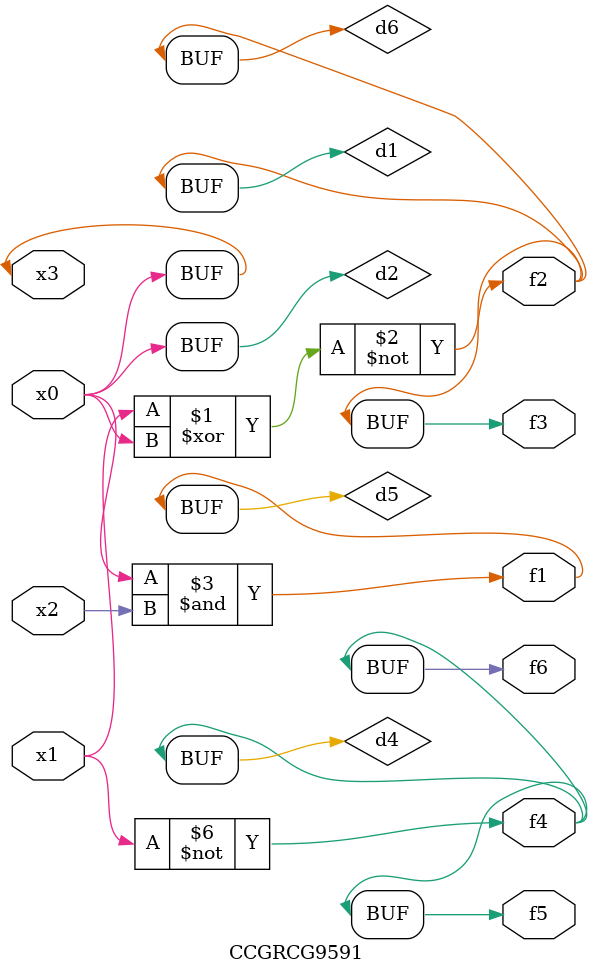
<source format=v>
module CCGRCG9591(
	input x0, x1, x2, x3,
	output f1, f2, f3, f4, f5, f6
);

	wire d1, d2, d3, d4, d5, d6;

	xnor (d1, x1, x3);
	buf (d2, x0, x3);
	nand (d3, x0, x2);
	not (d4, x1);
	nand (d5, d3);
	or (d6, d1);
	assign f1 = d5;
	assign f2 = d6;
	assign f3 = d6;
	assign f4 = d4;
	assign f5 = d4;
	assign f6 = d4;
endmodule

</source>
